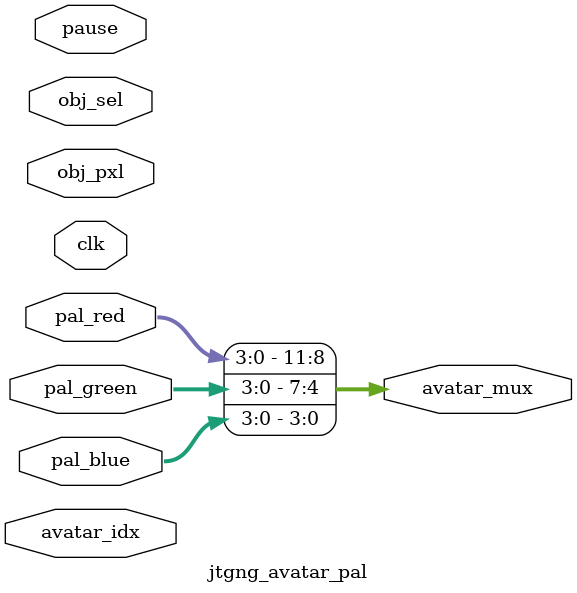
<source format=v>
/*  This file is part of JT_GNG.
    JT_GNG program is free software: you can redistribute it and/or modify
    it under the terms of the GNU General Public License as published by
    the Free Software Foundation, either version 3 of the License, or
    (at your option) any later version.

    JT_GNG program is distributed in the hope that it will be useful,
    but WITHOUT ANY WARRANTY; without even the implied warranty of
    MERCHANTABILITY or FITNESS FOR A PARTICULAR PURPOSE.  See the
    GNU General Public License for more details.

    You should have received a copy of the GNU General Public License
    along with JT_GNG.  If not, see <http://www.gnu.org/licenses/>.

    Author: Jose Tejada Gomez. Twitter: @topapate
    Version: 1.0
    Date: 12-11-2019 */

module jtgng_avatar_pal #(parameter
    PALW = 4
) (
    input               clk,
    input               pause,
    input   [3:0]       avatar_idx,
    input               obj_sel,
    input   [3:0]       obj_pxl,
    input   [PALW-1:0]  pal_red,
    input   [PALW-1:0]  pal_green,
    input   [PALW-1:0]  pal_blue,
    output [3*PALW-1:0] avatar_mux
);


`ifdef AVATARS
`ifdef MISTER
    `define AVATAR_PAL
`endif
`endif


`ifdef AVATAR_PAL
wire [11:0] avatar_pal;
// Objects have their own palette during pause
wire [ 7:0] avatar_addr = { avatar_idx, obj_pxl[0], obj_pxl[1], obj_pxl[2], obj_pxl[3] };

jtgng_ram #(.dw(PALW*4),.aw(8), .synfile("avatar_pal.hex"),.cen_rd(1))u_avatars(
    .clk    ( clk           ),
    .cen    ( pause         ),  // tiny power saving when not in pause
    .data   ( {PALW{1'b0}}  ),
    .addr   ( avatar_addr   ),
    .we     ( 1'b0          ),
    .q      ( avatar_pal    )
);
// Select the avatar palette output if we are on avatar mode
assign avatar_mux = (pause&&obj_sel) ? avatar_pal : { pal_red, pal_green, pal_blue };
`else
    assign avatar_mux = {pal_red, pal_green, pal_blue};
`endif

endmodule
</source>
